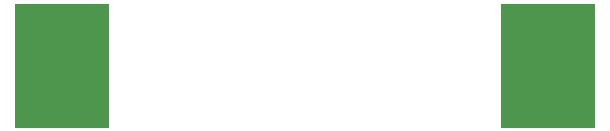
<source format=gbs>
G04 #@! TF.FileFunction,Soldermask,Bot*
%FSLAX46Y46*%
G04 Gerber Fmt 4.6, Leading zero omitted, Abs format (unit mm)*
G04 Created by KiCad (PCBNEW 4.0.6) date 10/14/17 12:52:31*
%MOMM*%
%LPD*%
G01*
G04 APERTURE LIST*
%ADD10C,0.100000*%
%ADD11R,8.020000X10.560000*%
G04 APERTURE END LIST*
D10*
D11*
X172974000Y-95250000D03*
X131826000Y-95250000D03*
M02*

</source>
